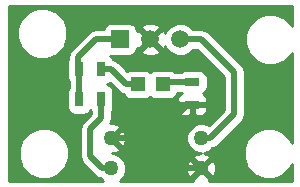
<source format=gbr>
G04 #@! TF.FileFunction,Copper,L1,Top,Signal*
%FSLAX46Y46*%
G04 Gerber Fmt 4.6, Leading zero omitted, Abs format (unit mm)*
G04 Created by KiCad (PCBNEW 4.0.1-stable) date Tuesday, March 29, 2016 'AMt' 01:18:38 AM*
%MOMM*%
G01*
G04 APERTURE LIST*
%ADD10C,0.100000*%
%ADD11R,1.198880X1.198880*%
%ADD12C,1.270000*%
%ADD13R,1.500000X1.500000*%
%ADD14C,1.500000*%
%ADD15R,0.700000X1.300000*%
%ADD16R,1.300000X0.700000*%
%ADD17C,0.508000*%
%ADD18C,0.254000*%
G04 APERTURE END LIST*
D10*
D11*
X148302980Y-107950000D03*
X150401020Y-107950000D03*
D12*
X153670000Y-115062000D03*
X153670000Y-112522000D03*
X146050000Y-112522000D03*
X146050000Y-115062000D03*
D13*
X146812000Y-104140000D03*
D14*
X149352000Y-104140000D03*
X151892000Y-104140000D03*
D15*
X143322000Y-109220000D03*
X145222000Y-109220000D03*
X143322000Y-106680000D03*
X145222000Y-106680000D03*
D16*
X152908000Y-109662000D03*
X152908000Y-107762000D03*
D17*
X145222000Y-106680000D02*
X146050000Y-106680000D01*
X147320000Y-107950000D02*
X148302980Y-107950000D01*
X146050000Y-106680000D02*
X147320000Y-107950000D01*
X152908000Y-107762000D02*
X150589020Y-107762000D01*
X150589020Y-107762000D02*
X150401020Y-107950000D01*
X150655020Y-107696000D02*
X150401020Y-107950000D01*
X152908000Y-109662000D02*
X152466000Y-109662000D01*
X152466000Y-109662000D02*
X149860000Y-112268000D01*
X149860000Y-112268000D02*
X149860000Y-114554000D01*
X152908000Y-109662000D02*
X154244000Y-109662000D01*
X151130000Y-105918000D02*
X149352000Y-104140000D01*
X153416000Y-105918000D02*
X151130000Y-105918000D01*
X154686000Y-107188000D02*
X153416000Y-105918000D01*
X154686000Y-109220000D02*
X154686000Y-107188000D01*
X154244000Y-109662000D02*
X154686000Y-109220000D01*
X146050000Y-112522000D02*
X147828000Y-112522000D01*
X150368000Y-115062000D02*
X153924000Y-115062000D01*
X147828000Y-112522000D02*
X149860000Y-114554000D01*
X149860000Y-114554000D02*
X150368000Y-115062000D01*
X151892000Y-104140000D02*
X153670000Y-104140000D01*
X154432000Y-112522000D02*
X153670000Y-112522000D01*
X156464000Y-110490000D02*
X154432000Y-112522000D01*
X156464000Y-106934000D02*
X156464000Y-110490000D01*
X153670000Y-104140000D02*
X156464000Y-106934000D01*
X146050000Y-115062000D02*
X145288000Y-115062000D01*
X145222000Y-110810000D02*
X145222000Y-109220000D01*
X144272000Y-111760000D02*
X145222000Y-110810000D01*
X144272000Y-114046000D02*
X144272000Y-111760000D01*
X145288000Y-115062000D02*
X144272000Y-114046000D01*
X143322000Y-109220000D02*
X143322000Y-106680000D01*
X143322000Y-106680000D02*
X143256000Y-106614000D01*
X143256000Y-106614000D02*
X143256000Y-105664000D01*
X143256000Y-105664000D02*
X144780000Y-104140000D01*
X144780000Y-104140000D02*
X146812000Y-104140000D01*
D18*
G36*
X161342000Y-102978135D02*
X161323020Y-102932200D01*
X160722959Y-102331091D01*
X159938541Y-102005372D01*
X159089185Y-102004630D01*
X158304200Y-102328980D01*
X157703091Y-102929041D01*
X157377372Y-103713459D01*
X157376630Y-104562815D01*
X157700980Y-105347800D01*
X158301041Y-105948909D01*
X159085459Y-106274628D01*
X159934815Y-106275370D01*
X160719800Y-105951020D01*
X161320909Y-105350959D01*
X161342000Y-105300166D01*
X161342000Y-112937498D01*
X161196020Y-112584200D01*
X160595959Y-111983091D01*
X159811541Y-111657372D01*
X158962185Y-111656630D01*
X158177200Y-111980980D01*
X157576091Y-112581041D01*
X157250372Y-113365459D01*
X157249630Y-114214815D01*
X157573980Y-114999800D01*
X158174041Y-115600909D01*
X158958459Y-115926628D01*
X159807815Y-115927370D01*
X160592800Y-115603020D01*
X161193909Y-115002959D01*
X161342000Y-114646316D01*
X161342000Y-116130000D01*
X154336255Y-116130000D01*
X154378528Y-115950133D01*
X153670000Y-115241605D01*
X152961472Y-115950133D01*
X153003745Y-116130000D01*
X146777756Y-116130000D01*
X147126026Y-115782337D01*
X147319779Y-115315727D01*
X147320155Y-114884664D01*
X152387319Y-114884664D01*
X152417094Y-115389023D01*
X152552821Y-115716697D01*
X152781867Y-115770528D01*
X153490395Y-115062000D01*
X153849605Y-115062000D01*
X154558133Y-115770528D01*
X154787179Y-115716697D01*
X154952681Y-115239336D01*
X154922906Y-114734977D01*
X154787179Y-114407303D01*
X154558133Y-114353472D01*
X153849605Y-115062000D01*
X153490395Y-115062000D01*
X152781867Y-114353472D01*
X152552821Y-114407303D01*
X152387319Y-114884664D01*
X147320155Y-114884664D01*
X147320220Y-114810490D01*
X147127282Y-114343542D01*
X146770337Y-113985974D01*
X146303727Y-113792221D01*
X146086929Y-113792032D01*
X146377023Y-113774906D01*
X146704697Y-113639179D01*
X146758528Y-113410133D01*
X146050000Y-112701605D01*
X146035858Y-112715748D01*
X145856253Y-112536143D01*
X145870395Y-112522000D01*
X146229605Y-112522000D01*
X146938133Y-113230528D01*
X147167179Y-113176697D01*
X147332681Y-112699336D01*
X147302906Y-112194977D01*
X147167179Y-111867303D01*
X146938133Y-111813472D01*
X146229605Y-112522000D01*
X145870395Y-112522000D01*
X145856253Y-112507858D01*
X146035858Y-112328253D01*
X146050000Y-112342395D01*
X146758528Y-111633867D01*
X146704697Y-111404821D01*
X146227336Y-111239319D01*
X145973784Y-111254288D01*
X146043329Y-111150206D01*
X146111000Y-110810000D01*
X146111000Y-110205943D01*
X146168431Y-110121890D01*
X146203695Y-109947750D01*
X151623000Y-109947750D01*
X151623000Y-110138309D01*
X151719673Y-110371698D01*
X151898301Y-110550327D01*
X152131690Y-110647000D01*
X152622250Y-110647000D01*
X152781000Y-110488250D01*
X152781000Y-109789000D01*
X153035000Y-109789000D01*
X153035000Y-110488250D01*
X153193750Y-110647000D01*
X153684310Y-110647000D01*
X153917699Y-110550327D01*
X154096327Y-110371698D01*
X154193000Y-110138309D01*
X154193000Y-109947750D01*
X154034250Y-109789000D01*
X153035000Y-109789000D01*
X152781000Y-109789000D01*
X151781750Y-109789000D01*
X151623000Y-109947750D01*
X146203695Y-109947750D01*
X146219440Y-109870000D01*
X146219440Y-108570000D01*
X146175162Y-108334683D01*
X146036090Y-108118559D01*
X145823890Y-107973569D01*
X145712477Y-107951007D01*
X145807317Y-107933162D01*
X145952502Y-107839738D01*
X146691382Y-108578618D01*
X146979794Y-108771329D01*
X147108169Y-108796864D01*
X147239450Y-109000881D01*
X147451650Y-109145871D01*
X147703540Y-109196880D01*
X148902420Y-109196880D01*
X149137737Y-109152602D01*
X149353861Y-109013530D01*
X149354543Y-109012533D01*
X149549690Y-109145871D01*
X149801580Y-109196880D01*
X151000460Y-109196880D01*
X151235777Y-109152602D01*
X151451901Y-109013530D01*
X151596891Y-108801330D01*
X151627334Y-108651000D01*
X151922057Y-108651000D01*
X152006110Y-108708431D01*
X152039490Y-108715191D01*
X151898301Y-108773673D01*
X151719673Y-108952302D01*
X151623000Y-109185691D01*
X151623000Y-109376250D01*
X151781750Y-109535000D01*
X152781000Y-109535000D01*
X152781000Y-109515000D01*
X153035000Y-109515000D01*
X153035000Y-109535000D01*
X154034250Y-109535000D01*
X154193000Y-109376250D01*
X154193000Y-109185691D01*
X154096327Y-108952302D01*
X153917699Y-108773673D01*
X153781713Y-108717346D01*
X153793317Y-108715162D01*
X154009441Y-108576090D01*
X154154431Y-108363890D01*
X154205440Y-108112000D01*
X154205440Y-107412000D01*
X154161162Y-107176683D01*
X154022090Y-106960559D01*
X153809890Y-106815569D01*
X153558000Y-106764560D01*
X152258000Y-106764560D01*
X152022683Y-106808838D01*
X151922972Y-106873000D01*
X151426324Y-106873000D01*
X151252350Y-106754129D01*
X151000460Y-106703120D01*
X149801580Y-106703120D01*
X149566263Y-106747398D01*
X149350139Y-106886470D01*
X149349457Y-106887467D01*
X149154310Y-106754129D01*
X148902420Y-106703120D01*
X147703540Y-106703120D01*
X147468223Y-106747398D01*
X147411277Y-106784041D01*
X146678618Y-106051382D01*
X146646618Y-106030000D01*
X146390206Y-105858671D01*
X146179309Y-105816721D01*
X146175162Y-105794683D01*
X146036090Y-105578559D01*
X145939648Y-105512663D01*
X146062000Y-105537440D01*
X147562000Y-105537440D01*
X147797317Y-105493162D01*
X148013441Y-105354090D01*
X148158431Y-105141890D01*
X148164581Y-105111517D01*
X148560088Y-105111517D01*
X148628077Y-105352460D01*
X149147171Y-105537201D01*
X149697448Y-105509230D01*
X150075923Y-105352460D01*
X150143912Y-105111517D01*
X149352000Y-104319605D01*
X148560088Y-105111517D01*
X148164581Y-105111517D01*
X148209440Y-104890000D01*
X148209440Y-104883647D01*
X148380483Y-104931912D01*
X149172395Y-104140000D01*
X149531605Y-104140000D01*
X150323517Y-104931912D01*
X150564460Y-104863923D01*
X150623732Y-104697379D01*
X150717169Y-104923515D01*
X151106436Y-105313461D01*
X151615298Y-105524759D01*
X152166285Y-105525240D01*
X152675515Y-105314831D01*
X152961845Y-105029000D01*
X153301764Y-105029000D01*
X155575000Y-107302236D01*
X155575000Y-110121764D01*
X154291734Y-111405030D01*
X153923727Y-111252221D01*
X153418490Y-111251780D01*
X152951542Y-111444718D01*
X152593974Y-111801663D01*
X152400221Y-112268273D01*
X152399780Y-112773510D01*
X152592718Y-113240458D01*
X152949663Y-113598026D01*
X153416273Y-113791779D01*
X153633071Y-113791968D01*
X153342977Y-113809094D01*
X153015303Y-113944821D01*
X152961472Y-114173867D01*
X153670000Y-114882395D01*
X154378528Y-114173867D01*
X154324697Y-113944821D01*
X153884453Y-113792188D01*
X153921510Y-113792220D01*
X154388458Y-113599282D01*
X154613168Y-113374964D01*
X154772206Y-113343329D01*
X155060618Y-113150618D01*
X157092618Y-111118618D01*
X157285329Y-110830206D01*
X157353000Y-110490000D01*
X157353000Y-106934000D01*
X157285329Y-106593794D01*
X157092618Y-106305382D01*
X154298618Y-103511382D01*
X154116957Y-103390000D01*
X154010206Y-103318671D01*
X153670000Y-103251000D01*
X152961530Y-103251000D01*
X152677564Y-102966539D01*
X152168702Y-102755241D01*
X151617715Y-102754760D01*
X151108485Y-102965169D01*
X150718539Y-103354436D01*
X150628623Y-103570979D01*
X150564460Y-103416077D01*
X150323517Y-103348088D01*
X149531605Y-104140000D01*
X149172395Y-104140000D01*
X148380483Y-103348088D01*
X148209440Y-103396353D01*
X148209440Y-103390000D01*
X148167759Y-103168483D01*
X148560088Y-103168483D01*
X149352000Y-103960395D01*
X150143912Y-103168483D01*
X150075923Y-102927540D01*
X149556829Y-102742799D01*
X149006552Y-102770770D01*
X148628077Y-102927540D01*
X148560088Y-103168483D01*
X148167759Y-103168483D01*
X148165162Y-103154683D01*
X148026090Y-102938559D01*
X147813890Y-102793569D01*
X147562000Y-102742560D01*
X146062000Y-102742560D01*
X145826683Y-102786838D01*
X145610559Y-102925910D01*
X145465569Y-103138110D01*
X145442708Y-103251000D01*
X144780000Y-103251000D01*
X144439794Y-103318671D01*
X144151382Y-103511382D01*
X142627382Y-105035382D01*
X142434671Y-105323794D01*
X142367000Y-105664000D01*
X142367000Y-105820425D01*
X142324560Y-106030000D01*
X142324560Y-107330000D01*
X142368838Y-107565317D01*
X142433000Y-107665028D01*
X142433000Y-108234057D01*
X142375569Y-108318110D01*
X142324560Y-108570000D01*
X142324560Y-109870000D01*
X142368838Y-110105317D01*
X142507910Y-110321441D01*
X142720110Y-110466431D01*
X142972000Y-110517440D01*
X143672000Y-110517440D01*
X143907317Y-110473162D01*
X144123441Y-110334090D01*
X144268431Y-110121890D01*
X144271081Y-110108803D01*
X144333000Y-110205028D01*
X144333000Y-110441764D01*
X143643382Y-111131382D01*
X143450671Y-111419794D01*
X143383000Y-111760000D01*
X143383000Y-114046000D01*
X143450671Y-114386206D01*
X143643382Y-114674618D01*
X144659382Y-115690618D01*
X144947794Y-115883329D01*
X145107028Y-115915003D01*
X145321651Y-116130000D01*
X137362000Y-116130000D01*
X137362000Y-114214815D01*
X138199630Y-114214815D01*
X138523980Y-114999800D01*
X139124041Y-115600909D01*
X139908459Y-115926628D01*
X140757815Y-115927370D01*
X141542800Y-115603020D01*
X142143909Y-115002959D01*
X142469628Y-114218541D01*
X142470370Y-113369185D01*
X142146020Y-112584200D01*
X141545959Y-111983091D01*
X140761541Y-111657372D01*
X139912185Y-111656630D01*
X139127200Y-111980980D01*
X138526091Y-112581041D01*
X138200372Y-113365459D01*
X138199630Y-114214815D01*
X137362000Y-114214815D01*
X137362000Y-104054815D01*
X138072630Y-104054815D01*
X138396980Y-104839800D01*
X138997041Y-105440909D01*
X139781459Y-105766628D01*
X140630815Y-105767370D01*
X141415800Y-105443020D01*
X142016909Y-104842959D01*
X142342628Y-104058541D01*
X142343370Y-103209185D01*
X142019020Y-102424200D01*
X141418959Y-101823091D01*
X140634541Y-101497372D01*
X139785185Y-101496630D01*
X139000200Y-101820980D01*
X138399091Y-102421041D01*
X138073372Y-103205459D01*
X138072630Y-104054815D01*
X137362000Y-104054815D01*
X137362000Y-101294000D01*
X161342000Y-101294000D01*
X161342000Y-102978135D01*
X161342000Y-102978135D01*
G37*
X161342000Y-102978135D02*
X161323020Y-102932200D01*
X160722959Y-102331091D01*
X159938541Y-102005372D01*
X159089185Y-102004630D01*
X158304200Y-102328980D01*
X157703091Y-102929041D01*
X157377372Y-103713459D01*
X157376630Y-104562815D01*
X157700980Y-105347800D01*
X158301041Y-105948909D01*
X159085459Y-106274628D01*
X159934815Y-106275370D01*
X160719800Y-105951020D01*
X161320909Y-105350959D01*
X161342000Y-105300166D01*
X161342000Y-112937498D01*
X161196020Y-112584200D01*
X160595959Y-111983091D01*
X159811541Y-111657372D01*
X158962185Y-111656630D01*
X158177200Y-111980980D01*
X157576091Y-112581041D01*
X157250372Y-113365459D01*
X157249630Y-114214815D01*
X157573980Y-114999800D01*
X158174041Y-115600909D01*
X158958459Y-115926628D01*
X159807815Y-115927370D01*
X160592800Y-115603020D01*
X161193909Y-115002959D01*
X161342000Y-114646316D01*
X161342000Y-116130000D01*
X154336255Y-116130000D01*
X154378528Y-115950133D01*
X153670000Y-115241605D01*
X152961472Y-115950133D01*
X153003745Y-116130000D01*
X146777756Y-116130000D01*
X147126026Y-115782337D01*
X147319779Y-115315727D01*
X147320155Y-114884664D01*
X152387319Y-114884664D01*
X152417094Y-115389023D01*
X152552821Y-115716697D01*
X152781867Y-115770528D01*
X153490395Y-115062000D01*
X153849605Y-115062000D01*
X154558133Y-115770528D01*
X154787179Y-115716697D01*
X154952681Y-115239336D01*
X154922906Y-114734977D01*
X154787179Y-114407303D01*
X154558133Y-114353472D01*
X153849605Y-115062000D01*
X153490395Y-115062000D01*
X152781867Y-114353472D01*
X152552821Y-114407303D01*
X152387319Y-114884664D01*
X147320155Y-114884664D01*
X147320220Y-114810490D01*
X147127282Y-114343542D01*
X146770337Y-113985974D01*
X146303727Y-113792221D01*
X146086929Y-113792032D01*
X146377023Y-113774906D01*
X146704697Y-113639179D01*
X146758528Y-113410133D01*
X146050000Y-112701605D01*
X146035858Y-112715748D01*
X145856253Y-112536143D01*
X145870395Y-112522000D01*
X146229605Y-112522000D01*
X146938133Y-113230528D01*
X147167179Y-113176697D01*
X147332681Y-112699336D01*
X147302906Y-112194977D01*
X147167179Y-111867303D01*
X146938133Y-111813472D01*
X146229605Y-112522000D01*
X145870395Y-112522000D01*
X145856253Y-112507858D01*
X146035858Y-112328253D01*
X146050000Y-112342395D01*
X146758528Y-111633867D01*
X146704697Y-111404821D01*
X146227336Y-111239319D01*
X145973784Y-111254288D01*
X146043329Y-111150206D01*
X146111000Y-110810000D01*
X146111000Y-110205943D01*
X146168431Y-110121890D01*
X146203695Y-109947750D01*
X151623000Y-109947750D01*
X151623000Y-110138309D01*
X151719673Y-110371698D01*
X151898301Y-110550327D01*
X152131690Y-110647000D01*
X152622250Y-110647000D01*
X152781000Y-110488250D01*
X152781000Y-109789000D01*
X153035000Y-109789000D01*
X153035000Y-110488250D01*
X153193750Y-110647000D01*
X153684310Y-110647000D01*
X153917699Y-110550327D01*
X154096327Y-110371698D01*
X154193000Y-110138309D01*
X154193000Y-109947750D01*
X154034250Y-109789000D01*
X153035000Y-109789000D01*
X152781000Y-109789000D01*
X151781750Y-109789000D01*
X151623000Y-109947750D01*
X146203695Y-109947750D01*
X146219440Y-109870000D01*
X146219440Y-108570000D01*
X146175162Y-108334683D01*
X146036090Y-108118559D01*
X145823890Y-107973569D01*
X145712477Y-107951007D01*
X145807317Y-107933162D01*
X145952502Y-107839738D01*
X146691382Y-108578618D01*
X146979794Y-108771329D01*
X147108169Y-108796864D01*
X147239450Y-109000881D01*
X147451650Y-109145871D01*
X147703540Y-109196880D01*
X148902420Y-109196880D01*
X149137737Y-109152602D01*
X149353861Y-109013530D01*
X149354543Y-109012533D01*
X149549690Y-109145871D01*
X149801580Y-109196880D01*
X151000460Y-109196880D01*
X151235777Y-109152602D01*
X151451901Y-109013530D01*
X151596891Y-108801330D01*
X151627334Y-108651000D01*
X151922057Y-108651000D01*
X152006110Y-108708431D01*
X152039490Y-108715191D01*
X151898301Y-108773673D01*
X151719673Y-108952302D01*
X151623000Y-109185691D01*
X151623000Y-109376250D01*
X151781750Y-109535000D01*
X152781000Y-109535000D01*
X152781000Y-109515000D01*
X153035000Y-109515000D01*
X153035000Y-109535000D01*
X154034250Y-109535000D01*
X154193000Y-109376250D01*
X154193000Y-109185691D01*
X154096327Y-108952302D01*
X153917699Y-108773673D01*
X153781713Y-108717346D01*
X153793317Y-108715162D01*
X154009441Y-108576090D01*
X154154431Y-108363890D01*
X154205440Y-108112000D01*
X154205440Y-107412000D01*
X154161162Y-107176683D01*
X154022090Y-106960559D01*
X153809890Y-106815569D01*
X153558000Y-106764560D01*
X152258000Y-106764560D01*
X152022683Y-106808838D01*
X151922972Y-106873000D01*
X151426324Y-106873000D01*
X151252350Y-106754129D01*
X151000460Y-106703120D01*
X149801580Y-106703120D01*
X149566263Y-106747398D01*
X149350139Y-106886470D01*
X149349457Y-106887467D01*
X149154310Y-106754129D01*
X148902420Y-106703120D01*
X147703540Y-106703120D01*
X147468223Y-106747398D01*
X147411277Y-106784041D01*
X146678618Y-106051382D01*
X146646618Y-106030000D01*
X146390206Y-105858671D01*
X146179309Y-105816721D01*
X146175162Y-105794683D01*
X146036090Y-105578559D01*
X145939648Y-105512663D01*
X146062000Y-105537440D01*
X147562000Y-105537440D01*
X147797317Y-105493162D01*
X148013441Y-105354090D01*
X148158431Y-105141890D01*
X148164581Y-105111517D01*
X148560088Y-105111517D01*
X148628077Y-105352460D01*
X149147171Y-105537201D01*
X149697448Y-105509230D01*
X150075923Y-105352460D01*
X150143912Y-105111517D01*
X149352000Y-104319605D01*
X148560088Y-105111517D01*
X148164581Y-105111517D01*
X148209440Y-104890000D01*
X148209440Y-104883647D01*
X148380483Y-104931912D01*
X149172395Y-104140000D01*
X149531605Y-104140000D01*
X150323517Y-104931912D01*
X150564460Y-104863923D01*
X150623732Y-104697379D01*
X150717169Y-104923515D01*
X151106436Y-105313461D01*
X151615298Y-105524759D01*
X152166285Y-105525240D01*
X152675515Y-105314831D01*
X152961845Y-105029000D01*
X153301764Y-105029000D01*
X155575000Y-107302236D01*
X155575000Y-110121764D01*
X154291734Y-111405030D01*
X153923727Y-111252221D01*
X153418490Y-111251780D01*
X152951542Y-111444718D01*
X152593974Y-111801663D01*
X152400221Y-112268273D01*
X152399780Y-112773510D01*
X152592718Y-113240458D01*
X152949663Y-113598026D01*
X153416273Y-113791779D01*
X153633071Y-113791968D01*
X153342977Y-113809094D01*
X153015303Y-113944821D01*
X152961472Y-114173867D01*
X153670000Y-114882395D01*
X154378528Y-114173867D01*
X154324697Y-113944821D01*
X153884453Y-113792188D01*
X153921510Y-113792220D01*
X154388458Y-113599282D01*
X154613168Y-113374964D01*
X154772206Y-113343329D01*
X155060618Y-113150618D01*
X157092618Y-111118618D01*
X157285329Y-110830206D01*
X157353000Y-110490000D01*
X157353000Y-106934000D01*
X157285329Y-106593794D01*
X157092618Y-106305382D01*
X154298618Y-103511382D01*
X154116957Y-103390000D01*
X154010206Y-103318671D01*
X153670000Y-103251000D01*
X152961530Y-103251000D01*
X152677564Y-102966539D01*
X152168702Y-102755241D01*
X151617715Y-102754760D01*
X151108485Y-102965169D01*
X150718539Y-103354436D01*
X150628623Y-103570979D01*
X150564460Y-103416077D01*
X150323517Y-103348088D01*
X149531605Y-104140000D01*
X149172395Y-104140000D01*
X148380483Y-103348088D01*
X148209440Y-103396353D01*
X148209440Y-103390000D01*
X148167759Y-103168483D01*
X148560088Y-103168483D01*
X149352000Y-103960395D01*
X150143912Y-103168483D01*
X150075923Y-102927540D01*
X149556829Y-102742799D01*
X149006552Y-102770770D01*
X148628077Y-102927540D01*
X148560088Y-103168483D01*
X148167759Y-103168483D01*
X148165162Y-103154683D01*
X148026090Y-102938559D01*
X147813890Y-102793569D01*
X147562000Y-102742560D01*
X146062000Y-102742560D01*
X145826683Y-102786838D01*
X145610559Y-102925910D01*
X145465569Y-103138110D01*
X145442708Y-103251000D01*
X144780000Y-103251000D01*
X144439794Y-103318671D01*
X144151382Y-103511382D01*
X142627382Y-105035382D01*
X142434671Y-105323794D01*
X142367000Y-105664000D01*
X142367000Y-105820425D01*
X142324560Y-106030000D01*
X142324560Y-107330000D01*
X142368838Y-107565317D01*
X142433000Y-107665028D01*
X142433000Y-108234057D01*
X142375569Y-108318110D01*
X142324560Y-108570000D01*
X142324560Y-109870000D01*
X142368838Y-110105317D01*
X142507910Y-110321441D01*
X142720110Y-110466431D01*
X142972000Y-110517440D01*
X143672000Y-110517440D01*
X143907317Y-110473162D01*
X144123441Y-110334090D01*
X144268431Y-110121890D01*
X144271081Y-110108803D01*
X144333000Y-110205028D01*
X144333000Y-110441764D01*
X143643382Y-111131382D01*
X143450671Y-111419794D01*
X143383000Y-111760000D01*
X143383000Y-114046000D01*
X143450671Y-114386206D01*
X143643382Y-114674618D01*
X144659382Y-115690618D01*
X144947794Y-115883329D01*
X145107028Y-115915003D01*
X145321651Y-116130000D01*
X137362000Y-116130000D01*
X137362000Y-114214815D01*
X138199630Y-114214815D01*
X138523980Y-114999800D01*
X139124041Y-115600909D01*
X139908459Y-115926628D01*
X140757815Y-115927370D01*
X141542800Y-115603020D01*
X142143909Y-115002959D01*
X142469628Y-114218541D01*
X142470370Y-113369185D01*
X142146020Y-112584200D01*
X141545959Y-111983091D01*
X140761541Y-111657372D01*
X139912185Y-111656630D01*
X139127200Y-111980980D01*
X138526091Y-112581041D01*
X138200372Y-113365459D01*
X138199630Y-114214815D01*
X137362000Y-114214815D01*
X137362000Y-104054815D01*
X138072630Y-104054815D01*
X138396980Y-104839800D01*
X138997041Y-105440909D01*
X139781459Y-105766628D01*
X140630815Y-105767370D01*
X141415800Y-105443020D01*
X142016909Y-104842959D01*
X142342628Y-104058541D01*
X142343370Y-103209185D01*
X142019020Y-102424200D01*
X141418959Y-101823091D01*
X140634541Y-101497372D01*
X139785185Y-101496630D01*
X139000200Y-101820980D01*
X138399091Y-102421041D01*
X138073372Y-103205459D01*
X138072630Y-104054815D01*
X137362000Y-104054815D01*
X137362000Y-101294000D01*
X161342000Y-101294000D01*
X161342000Y-102978135D01*
M02*

</source>
